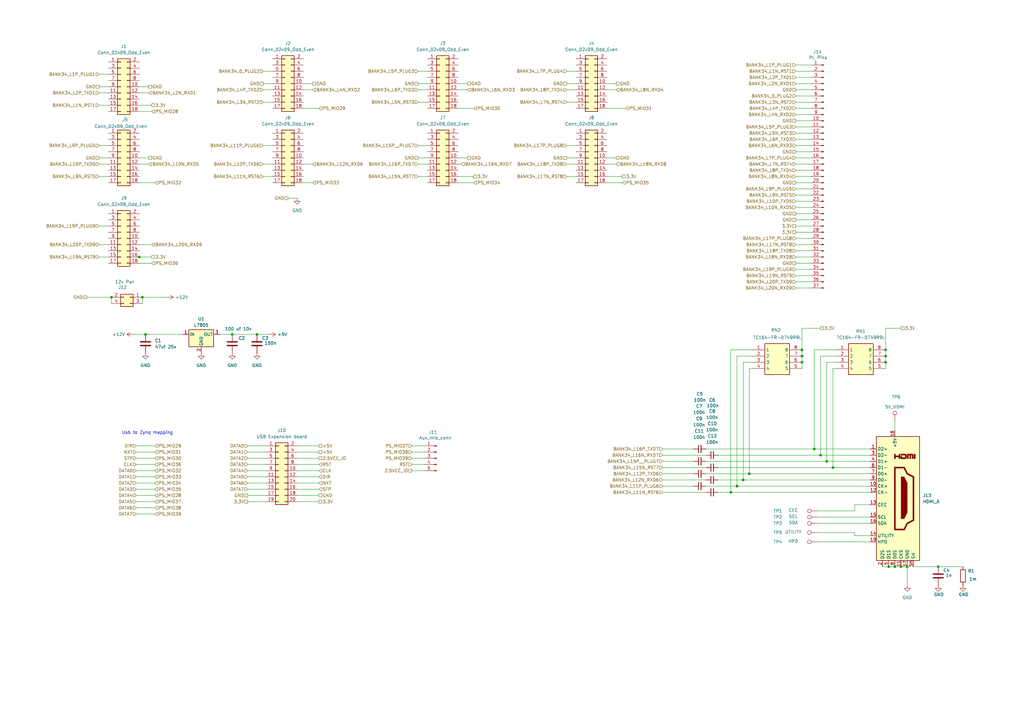
<source format=kicad_sch>
(kicad_sch (version 20250114) (generator "eeschema") (generator_version "9.0")
  (paper "A3")
  (title_block (title "KCC Tech S9 Board hat 2025"))
  (lib_symbols
    (symbol "Connector:Conn_01x05_Pin" (pin_names (offset 1.016) (hide yes))
      (property "Reference" "J" (at 0 7.62 0))
      (property "Value" "Conn_01x05_Pin" (at 0 -7.62 0))
      (symbol "Conn_01x05_Pin_1_1"
        (pin passive line (at 5.08 5.08 180) (length 3.81) (name "Pin_1") (number "1"))
        (pin passive line (at 5.08 2.54 180) (length 3.81) (name "Pin_2") (number "2"))
        (pin passive line (at 5.08 0 180) (length 3.81) (name "Pin_3") (number "3"))
        (pin passive line (at 5.08 -2.54 180) (length 3.81) (name "Pin_4") (number "4"))
        (pin passive line (at 5.08 -5.08 180) (length 3.81) (name "Pin_5") (number "5"))
      )
    )
    (symbol "Connector:Conn_01x37_Pin" (pin_names (offset 1.016) (hide yes))
      (property "Reference" "J" (at 0 48.26 0))
      (property "Value" "Conn_01x37_Pin" (at 0 -48.26 0))
      (symbol "Conn_01x37_Pin_1_1"
        (pin passive line (at 5.08 45.72 180) (length 3.81) (name "Pin_1") (number "1"))
        (pin passive line (at 5.08 43.18 180) (length 3.81) (name "Pin_2") (number "2"))
        (pin passive line (at 5.08 40.64 180) (length 3.81) (name "Pin_3") (number "3"))
        (pin passive line (at 5.08 38.1 180) (length 3.81) (name "Pin_4") (number "4"))
        (pin passive line (at 5.08 35.56 180) (length 3.81) (name "Pin_5") (number "5"))
        (pin passive line (at 5.08 33.02 180) (length 3.81) (name "Pin_6") (number "6"))
        (pin passive line (at 5.08 30.48 180) (length 3.81) (name "Pin_7") (number "7"))
        (pin passive line (at 5.08 27.94 180) (length 3.81) (name "Pin_8") (number "8"))
        (pin passive line (at 5.08 25.4 180) (length 3.81) (name "Pin_9") (number "9"))
        (pin passive line (at 5.08 22.86 180) (length 3.81) (name "Pin_10") (number "10"))
        (pin passive line (at 5.08 20.32 180) (length 3.81) (name "Pin_11") (number "11"))
        (pin passive line (at 5.08 17.78 180) (length 3.81) (name "Pin_12") (number "12"))
        (pin passive line (at 5.08 15.24 180) (length 3.81) (name "Pin_13") (number "13"))
        (pin passive line (at 5.08 12.7 180) (length 3.81) (name "Pin_14") (number "14"))
        (pin passive line (at 5.08 10.16 180) (length 3.81) (name "Pin_15") (number "15"))
        (pin passive line (at 5.08 7.62 180) (length 3.81) (name "Pin_16") (number "16"))
        (pin passive line (at 5.08 5.08 180) (length 3.81) (name "Pin_17") (number "17"))
        (pin passive line (at 5.08 2.54 180) (length 3.81) (name "Pin_18") (number "18"))
        (pin passive line (at 5.08 0 180) (length 3.81) (name "Pin_19") (number "19"))
        (pin passive line (at 5.08 -2.54 180) (length 3.81) (name "Pin_20") (number "20"))
        (pin passive line (at 5.08 -5.08 180) (length 3.81) (name "Pin_21") (number "21"))
        (pin passive line (at 5.08 -7.62 180) (length 3.81) (name "Pin_22") (number "22"))
        (pin passive line (at 5.08 -10.16 180) (length 3.81) (name "Pin_23") (number "23"))
        (pin passive line (at 5.08 -12.7 180) (length 3.81) (name "Pin_24") (number "24"))
        (pin passive line (at 5.08 -15.24 180) (length 3.81) (name "Pin_25") (number "25"))
        (pin passive line (at 5.08 -17.78 180) (length 3.81) (name "Pin_26") (number "26"))
        (pin passive line (at 5.08 -20.32 180) (length 3.81) (name "Pin_27") (number "27"))
        (pin passive line (at 5.08 -22.86 180) (length 3.81) (name "Pin_28") (number "28"))
        (pin passive line (at 5.08 -25.4 180) (length 3.81) (name "Pin_29") (number "29"))
        (pin passive line (at 5.08 -27.94 180) (length 3.81) (name "Pin_30") (number "30"))
        (pin passive line (at 5.08 -30.48 180) (length 3.81) (name "Pin_31") (number "31"))
        (pin passive line (at 5.08 -33.02 180) (length 3.81) (name "Pin_32") (number "32"))
        (pin passive line (at 5.08 -35.56 180) (length 3.81) (name "Pin_33") (number "33"))
        (pin passive line (at 5.08 -38.1 180) (length 3.81) (name "Pin_34") (number "34"))
        (pin passive line (at 5.08 -40.64 180) (length 3.81) (name "Pin_35") (number "35"))
        (pin passive line (at 5.08 -43.18 180) (length 3.81) (name "Pin_36") (number "36"))
        (pin passive line (at 5.08 -45.72 180) (length 3.81) (name "Pin_37") (number "37"))
      )
    )
    (symbol "Connector:HDMI_A"
      (property "Reference" "J" (at -6.35 26.67 0))
      (property "Value" "HDMI_A" (at 10.16 26.67 0))
      (symbol "HDMI_A_1_1"
        (pin passive line (at -10.16 20.32 0) (length 2.54) (name "D2+") (number "1"))
        (pin passive line (at -10.16 17.78 0) (length 2.54) (name "D2-") (number "3"))
        (pin passive line (at -10.16 15.24 0) (length 2.54) (name "D1+") (number "4"))
        (pin passive line (at -10.16 12.7 0) (length 2.54) (name "D1-") (number "6"))
        (pin passive line (at -10.16 10.16 0) (length 2.54) (name "D0+") (number "7"))
        (pin passive line (at -10.16 7.62 0) (length 2.54) (name "D0-") (number "9"))
        (pin passive line (at -10.16 5.08 0) (length 2.54) (name "CK+") (number "10"))
        (pin passive line (at -10.16 2.54 0) (length 2.54) (name "CK-") (number "12"))
        (pin bidirectional line (at -10.16 -2.54 0) (length 2.54) (name "CEC") (number "13"))
        (pin passive line (at -10.16 -7.62 0) (length 2.54) (name "SCL") (number "15"))
        (pin bidirectional line (at -10.16 -10.16 0) (length 2.54) (name "SDA") (number "16"))
        (pin passive line (at -10.16 -15.24 0) (length 2.54) (name "UTILITY") (number "14"))
        (pin passive line (at -10.16 -17.78 0) (length 2.54) (name "HPD") (number "19"))
        (pin power_in line (at -5.08 -27.94 90) (length 2.54) (name "D2S") (number "2"))
        (pin power_in line (at -2.54 -27.94 90) (length 2.54) (name "D1S") (number "5"))
        (pin power_in line (at 0 27.94 270) (length 2.54) (name "+5V") (number "18"))
        (pin power_in line (at 0 -27.94 90) (length 2.54) (name "D0S") (number "8"))
        (pin power_in line (at 2.54 -27.94 90) (length 2.54) (name "CKS") (number "11"))
        (pin power_in line (at 5.08 -27.94 90) (length 2.54) (name "GND") (number "17"))
        (pin passive line (at 7.62 -27.94 90) (length 2.54) (name "SH") (number "SH"))
      )
    )
    (symbol "Connector:TestPoint" (pin_numbers (hide yes)) (pin_names (offset 0.762) (hide yes))
      (property "Reference" "TP" (at 0 6.858 0))
      (property "Value" "TestPoint" (at 0 5.08 0))
      (symbol "TestPoint_1_1"
        (pin passive line (at 0 0 90) (length 2.54) (name "1") (number "1"))
      )
    )
    (symbol "Connector_Generic:Conn_02x02_Odd_Even" (pin_names (offset 1.016) (hide yes))
      (property "Reference" "J" (at 1.27 2.54 0))
      (property "Value" "Conn_02x02_Odd_Even" (at 1.27 -5.08 0))
      (symbol "Conn_02x02_Odd_Even_1_1"
        (pin passive line (at -5.08 0 0) (length 3.81) (name "Pin_1") (number "1"))
        (pin passive line (at -5.08 -2.54 0) (length 3.81) (name "Pin_3") (number "3"))
        (pin passive line (at 7.62 0 180) (length 3.81) (name "Pin_2") (number "2"))
        (pin passive line (at 7.62 -2.54 180) (length 3.81) (name "Pin_4") (number "4"))
      )
    )
    (symbol "Connector_Generic:Conn_02x09_Odd_Even" (pin_names (offset 1.016) (hide yes))
      (property "Reference" "J" (at 1.27 12.7 0))
      (property "Value" "Conn_02x09_Odd_Even" (at 1.27 -12.7 0))
      (symbol "Conn_02x09_Odd_Even_1_1"
        (pin passive line (at -5.08 10.16 0) (length 3.81) (name "Pin_1") (number "1"))
        (pin passive line (at -5.08 7.62 0) (length 3.81) (name "Pin_3") (number "3"))
        (pin passive line (at -5.08 5.08 0) (length 3.81) (name "Pin_5") (number "5"))
        (pin passive line (at -5.08 2.54 0) (length 3.81) (name "Pin_7") (number "7"))
        (pin passive line (at -5.08 0 0) (length 3.81) (name "Pin_9") (number "9"))
        (pin passive line (at -5.08 -2.54 0) (length 3.81) (name "Pin_11") (number "11"))
        (pin passive line (at -5.08 -5.08 0) (length 3.81) (name "Pin_13") (number "13"))
        (pin passive line (at -5.08 -7.62 0) (length 3.81) (name "Pin_15") (number "15"))
        (pin passive line (at -5.08 -10.16 0) (length 3.81) (name "Pin_17") (number "17"))
        (pin passive line (at 7.62 10.16 180) (length 3.81) (name "Pin_2") (number "2"))
        (pin passive line (at 7.62 7.62 180) (length 3.81) (name "Pin_4") (number "4"))
        (pin passive line (at 7.62 5.08 180) (length 3.81) (name "Pin_6") (number "6"))
        (pin passive line (at 7.62 2.54 180) (length 3.81) (name "Pin_8") (number "8"))
        (pin passive line (at 7.62 0 180) (length 3.81) (name "Pin_10") (number "10"))
        (pin passive line (at 7.62 -2.54 180) (length 3.81) (name "Pin_12") (number "12"))
        (pin passive line (at 7.62 -5.08 180) (length 3.81) (name "Pin_14") (number "14"))
        (pin passive line (at 7.62 -7.62 180) (length 3.81) (name "Pin_16") (number "16"))
        (pin passive line (at 7.62 -10.16 180) (length 3.81) (name "Pin_18") (number "18"))
      )
    )
    (symbol "Connector_Generic:Conn_02x10_Odd_Even" (pin_names (offset 1.016) (hide yes))
      (property "Reference" "J" (at 1.27 12.7 0))
      (property "Value" "Conn_02x10_Odd_Even" (at 1.27 -15.24 0))
      (symbol "Conn_02x10_Odd_Even_1_1"
        (pin passive line (at -5.08 10.16 0) (length 3.81) (name "Pin_1") (number "1"))
        (pin passive line (at -5.08 7.62 0) (length 3.81) (name "Pin_3") (number "3"))
        (pin passive line (at -5.08 5.08 0) (length 3.81) (name "Pin_5") (number "5"))
        (pin passive line (at -5.08 2.54 0) (length 3.81) (name "Pin_7") (number "7"))
        (pin passive line (at -5.08 0 0) (length 3.81) (name "Pin_9") (number "9"))
        (pin passive line (at -5.08 -2.54 0) (length 3.81) (name "Pin_11") (number "11"))
        (pin passive line (at -5.08 -5.08 0) (length 3.81) (name "Pin_13") (number "13"))
        (pin passive line (at -5.08 -7.62 0) (length 3.81) (name "Pin_15") (number "15"))
        (pin passive line (at -5.08 -10.16 0) (length 3.81) (name "Pin_17") (number "17"))
        (pin passive line (at -5.08 -12.7 0) (length 3.81) (name "Pin_19") (number "19"))
        (pin passive line (at 7.62 10.16 180) (length 3.81) (name "Pin_2") (number "2"))
        (pin passive line (at 7.62 7.62 180) (length 3.81) (name "Pin_4") (number "4"))
        (pin passive line (at 7.62 5.08 180) (length 3.81) (name "Pin_6") (number "6"))
        (pin passive line (at 7.62 2.54 180) (length 3.81) (name "Pin_8") (number "8"))
        (pin passive line (at 7.62 0 180) (length 3.81) (name "Pin_10") (number "10"))
        (pin passive line (at 7.62 -2.54 180) (length 3.81) (name "Pin_12") (number "12"))
        (pin passive line (at 7.62 -5.08 180) (length 3.81) (name "Pin_14") (number "14"))
        (pin passive line (at 7.62 -7.62 180) (length 3.81) (name "Pin_16") (number "16"))
        (pin passive line (at 7.62 -10.16 180) (length 3.81) (name "Pin_18") (number "18"))
        (pin passive line (at 7.62 -12.7 180) (length 3.81) (name "Pin_20") (number "20"))
      )
    )
    (symbol "Device:C" (pin_numbers (hide yes)) (pin_names (offset 0.254))
      (property "Reference" "C" (at 0.635 2.54 0))
      (property "Value" "C" (at 0.635 -2.54 0))
      (symbol "C_1_1"
        (pin passive line (at 0 3.81 270) (length 2.794) (name "~") (number "1"))
        (pin passive line (at 0 -3.81 90) (length 2.794) (name "~") (number "2"))
      )
    )
    (symbol "Device:C_Small" (pin_numbers (hide yes)) (pin_names (offset 0.254) (hide yes))
      (property "Reference" "C" (at 0.254 1.778 0))
      (property "Value" "C_Small" (at 0.254 -2.032 0))
      (symbol "C_Small_1_1"
        (pin passive line (at 0 2.54 270) (length 2.032) (name "~") (number "1"))
        (pin passive line (at 0 -2.54 90) (length 2.032) (name "~") (number "2"))
      )
    )
    (symbol "Device:R" (pin_numbers (hide yes)) (pin_names (offset 0))
      (property "Reference" "R" (at 2.032 0 90))
      (property "Value" "R" (at 0 0 90))
      (symbol "R_1_1"
        (pin passive line (at 0 3.81 270) (length 1.27) (name "~") (number "1"))
        (pin passive line (at 0 -3.81 90) (length 1.27) (name "~") (number "2"))
      )
    )
    (symbol "Regulator_Linear:L7805" (pin_names (offset 0.254))
      (property "Reference" "U" (at -3.81 3.175 0))
      (property "Value" "L7805" (at 0 3.175 0))
      (symbol "L7805_1_1"
        (pin power_in line (at -7.62 0 0) (length 2.54) (name "IN") (number "1"))
        (pin power_in line (at 0 -7.62 90) (length 2.54) (name "GND") (number "2"))
        (pin power_out line (at 7.62 0 180) (length 2.54) (name "OUT") (number "3"))
      )
    )
    (symbol "SamacSys_Parts:TC164-FR-0749R9L"
      (property "Reference" "RN" (at 16.51 7.62 0))
      (property "Value" "TC164-FR-0749R9L" (at 16.51 5.08 0))
      (symbol "TC164-FR-0749R9L_1_1"
        (pin passive line (at 0 0 0) (length 5.08) (name "1") (number "1"))
        (pin passive line (at 0 -2.54 0) (length 5.08) (name "2") (number "2"))
        (pin passive line (at 0 -5.08 0) (length 5.08) (name "3") (number "3"))
        (pin passive line (at 0 -7.62 0) (length 5.08) (name "4") (number "4"))
        (pin passive line (at 20.32 0 180) (length 5.08) (name "8") (number "8"))
        (pin passive line (at 20.32 -2.54 180) (length 5.08) (name "7") (number "7"))
        (pin passive line (at 20.32 -5.08 180) (length 5.08) (name "6") (number "6"))
        (pin passive line (at 20.32 -7.62 180) (length 5.08) (name "5") (number "5"))
      )
    )
    (symbol "power:+12V" (power) (pin_numbers (hide yes)) (pin_names (offset 0) (hide yes))
      (property "Value" "+12V" (at 0 3.556 0))
      (symbol "+12V_1_1"
        (pin power_in line (at 0 0 90) (length 0) (name "~") (number "1"))
      )
    )
    (symbol "power:GND" (power) (pin_numbers (hide yes)) (pin_names (offset 0) (hide yes))
      (property "Value" "GND" (at 0 -3.81 0))
      (symbol "GND_1_1"
        (pin power_in line (at 0 0 270) (length 0) (name "~") (number "1"))
      )
    )
  )
  (text "Usb to Zynq mapping" (at 60.452 177.546 0) (effects (font (size 1.27 1.27))))
  (junction (at 363.22 148.59))
  (junction (at 384.81 232.41))
  (junction (at 304.8 196.85))
  (junction (at 363.22 146.05))
  (junction (at 336.55 186.69))
  (junction (at 367.03 232.41))
  (junction (at 341.63 191.77))
  (junction (at 334.01 184.15))
  (junction (at 328.93 148.59))
  (junction (at 363.22 143.51))
  (junction (at 369.57 232.41))
  (junction (at 307.34 194.31))
  (junction (at 328.93 146.05))
  (junction (at 45.72 121.92))
  (junction (at 302.26 199.39))
  (junction (at 59.69 137.16))
  (junction (at 58.42 121.92))
  (junction (at 372.11 232.41))
  (junction (at 364.49 232.41))
  (junction (at 57.15 105.41))
  (junction (at 105.41 137.16))
  (junction (at 328.93 143.51))
  (junction (at 299.72 201.93))
  (junction (at 339.09 189.23))
  (junction (at 95.25 137.16))
  (wire (pts (xy 40.64 43.18) (xy 44.45 43.18)))
  (wire (pts (xy 171.45 29.21) (xy 175.26 29.21)))
  (wire (pts (xy 171.45 64.77) (xy 175.26 64.77)))
  (wire (pts (xy 294.64 201.93) (xy 299.72 201.93)))
  (wire (pts (xy 55.88 195.58) (xy 63.5 195.58)))
  (wire (pts (xy 289.56 199.39) (xy 302.26 199.39)))
  (wire (pts (xy 271.78 201.93) (xy 289.56 201.93)))
  (wire (pts (xy 326.39 26.67) (xy 332.74 26.67)))
  (wire (pts (xy 124.46 44.45) (xy 130.81 44.45)))
  (wire (pts (xy 171.45 72.39) (xy 175.26 72.39)))
  (wire (pts (xy 384.81 232.41) (xy 394.97 232.41)))
  (wire (pts (xy 289.56 189.23) (xy 339.09 189.23)))
  (wire (pts (xy 271.78 184.15) (xy 284.48 184.15)))
  (wire (pts (xy 328.93 146.05) (xy 328.93 148.59)))
  (wire (pts (xy 341.63 191.77) (xy 356.87 191.77)))
  (wire (pts (xy 326.39 52.07) (xy 332.74 52.07)))
  (wire (pts (xy 326.39 90.17) (xy 332.74 90.17)))
  (wire (pts (xy 45.72 121.92) (xy 45.72 124.46)))
  (wire (pts (xy 124.46 74.93) (xy 128.27 74.93)))
  (wire (pts (xy 299.72 143.51) (xy 299.72 201.93)))
  (wire (pts (xy 326.39 85.09) (xy 332.74 85.09)))
  (wire (pts (xy 168.91 190.5) (xy 173.99 190.5)))
  (wire (pts (xy 363.22 148.59) (xy 363.22 151.13)))
  (wire (pts (xy 107.95 29.21) (xy 111.76 29.21)))
  (wire (pts (xy 361.95 232.41) (xy 364.49 232.41)))
  (wire (pts (xy 40.64 59.69) (xy 44.45 59.69)))
  (wire (pts (xy 326.39 77.47) (xy 332.74 77.47)))
  (wire (pts (xy 342.9 151.13) (xy 341.63 151.13)))
  (wire (pts (xy 335.28 214.63) (xy 356.87 214.63)))
  (wire (pts (xy 304.8 196.85) (xy 356.87 196.85)))
  (wire (pts (xy 350.52 218.44) (xy 350.52 219.71)))
  (wire (pts (xy 350.52 209.55) (xy 350.52 207.01)))
  (wire (pts (xy 107.95 59.69) (xy 111.76 59.69)))
  (wire (pts (xy 101.6 203.2) (xy 109.22 203.2)))
  (wire (pts (xy 339.09 148.59) (xy 339.09 189.23)))
  (wire (pts (xy 58.42 121.92) (xy 68.58 121.92)))
  (wire (pts (xy 248.92 72.39) (xy 255.27 72.39)))
  (wire (pts (xy 334.01 184.15) (xy 356.87 184.15)))
  (wire (pts (xy 326.39 59.69) (xy 332.74 59.69)))
  (wire (pts (xy 350.52 207.01) (xy 356.87 207.01)))
  (wire (pts (xy 40.64 105.41) (xy 44.45 105.41)))
  (wire (pts (xy 55.88 105.41) (xy 57.15 105.41)))
  (wire (pts (xy 326.39 67.31) (xy 332.74 67.31)))
  (wire (pts (xy 326.39 39.37) (xy 332.74 39.37)))
  (wire (pts (xy 248.92 64.77) (xy 252.73 64.77)))
  (wire (pts (xy 57.15 35.56) (xy 60.96 35.56)))
  (wire (pts (xy 341.63 151.13) (xy 341.63 191.77)))
  (wire (pts (xy 302.26 146.05) (xy 302.26 199.39)))
  (wire (pts (xy 55.88 205.74) (xy 63.5 205.74)))
  (wire (pts (xy 271.78 189.23) (xy 284.48 189.23)))
  (wire (pts (xy 54.61 137.16) (xy 59.69 137.16)))
  (wire (pts (xy 271.78 186.69) (xy 289.56 186.69)))
  (wire (pts (xy 168.91 187.96) (xy 173.99 187.96)))
  (wire (pts (xy 339.09 189.23) (xy 356.87 189.23)))
  (wire (pts (xy 121.92 203.2) (xy 130.81 203.2)))
  (wire (pts (xy 232.41 64.77) (xy 236.22 64.77)))
  (wire (pts (xy 40.64 64.77) (xy 44.45 64.77)))
  (wire (pts (xy 308.61 146.05) (xy 302.26 146.05)))
  (wire (pts (xy 105.41 137.16) (xy 110.49 137.16)))
  (wire (pts (xy 59.69 137.16) (xy 74.93 137.16)))
  (wire (pts (xy 328.93 148.59) (xy 328.93 151.13)))
  (wire (pts (xy 57.15 45.72) (xy 62.23 45.72)))
  (wire (pts (xy 57.15 43.18) (xy 62.23 43.18)))
  (wire (pts (xy 271.78 199.39) (xy 284.48 199.39)))
  (wire (pts (xy 101.6 187.96) (xy 109.22 187.96)))
  (wire (pts (xy 326.39 29.21) (xy 332.74 29.21)))
  (wire (pts (xy 374.65 232.41) (xy 384.81 232.41)))
  (wire (pts (xy 168.91 193.04) (xy 173.99 193.04)))
  (wire (pts (xy 326.39 107.95) (xy 332.74 107.95)))
  (wire (pts (xy 107.95 41.91) (xy 111.76 41.91)))
  (wire (pts (xy 326.39 82.55) (xy 332.74 82.55)))
  (wire (pts (xy 326.39 110.49) (xy 332.74 110.49)))
  (wire (pts (xy 248.92 44.45) (xy 256.54 44.45)))
  (wire (pts (xy 187.96 72.39) (xy 194.31 72.39)))
  (wire (pts (xy 342.9 143.51) (xy 334.01 143.51)))
  (wire (pts (xy 171.45 36.83) (xy 175.26 36.83)))
  (wire (pts (xy 367.03 232.41) (xy 369.57 232.41)))
  (wire (pts (xy 121.92 187.96) (xy 130.81 187.96)))
  (wire (pts (xy 55.88 208.28) (xy 63.5 208.28)))
  (wire (pts (xy 101.6 198.12) (xy 109.22 198.12)))
  (wire (pts (xy 55.88 200.66) (xy 63.5 200.66)))
  (wire (pts (xy 326.39 46.99) (xy 332.74 46.99)))
  (wire (pts (xy 187.96 36.83) (xy 191.77 36.83)))
  (wire (pts (xy 326.39 72.39) (xy 332.74 72.39)))
  (wire (pts (xy 326.39 54.61) (xy 332.74 54.61)))
  (wire (pts (xy 40.64 35.56) (xy 44.45 35.56)))
  (wire (pts (xy 187.96 34.29) (xy 191.77 34.29)))
  (wire (pts (xy 335.28 209.55) (xy 350.52 209.55)))
  (wire (pts (xy 369.57 134.62) (xy 363.22 134.62)))
  (wire (pts (xy 124.46 67.31) (xy 128.27 67.31)))
  (wire (pts (xy 326.39 62.23) (xy 332.74 62.23)))
  (wire (pts (xy 302.26 199.39) (xy 356.87 199.39)))
  (wire (pts (xy 57.15 64.77) (xy 60.96 64.77)))
  (wire (pts (xy 101.6 205.74) (xy 109.22 205.74)))
  (wire (pts (xy 326.39 74.93) (xy 332.74 74.93)))
  (wire (pts (xy 121.92 182.88) (xy 130.81 182.88)))
  (wire (pts (xy 326.39 80.01) (xy 332.74 80.01)))
  (wire (pts (xy 171.45 41.91) (xy 175.26 41.91)))
  (wire (pts (xy 248.92 34.29) (xy 252.73 34.29)))
  (wire (pts (xy 57.15 67.31) (xy 60.96 67.31)))
  (wire (pts (xy 335.28 218.44) (xy 350.52 218.44)))
  (wire (pts (xy 101.6 182.88) (xy 109.22 182.88)))
  (wire (pts (xy 248.92 36.83) (xy 252.73 36.83)))
  (wire (pts (xy 40.64 92.71) (xy 44.45 92.71)))
  (wire (pts (xy 326.39 44.45) (xy 332.74 44.45)))
  (wire (pts (xy 336.55 146.05) (xy 336.55 186.69)))
  (wire (pts (xy 326.39 57.15) (xy 332.74 57.15)))
  (wire (pts (xy 326.39 102.87) (xy 332.74 102.87)))
  (wire (pts (xy 168.91 182.88) (xy 173.99 182.88)))
  (wire (pts (xy 187.96 67.31) (xy 189.23 67.31)))
  (wire (pts (xy 248.92 67.31) (xy 252.73 67.31)))
  (wire (pts (xy 350.52 219.71) (xy 356.87 219.71)))
  (wire (pts (xy 342.9 148.59) (xy 339.09 148.59)))
  (wire (pts (xy 334.01 143.51) (xy 334.01 184.15)))
  (wire (pts (xy 326.39 118.11) (xy 332.74 118.11)))
  (wire (pts (xy 101.6 185.42) (xy 109.22 185.42)))
  (wire (pts (xy 289.56 184.15) (xy 334.01 184.15)))
  (wire (pts (xy 326.39 31.75) (xy 332.74 31.75)))
  (wire (pts (xy 124.46 36.83) (xy 128.27 36.83)))
  (wire (pts (xy 328.93 134.62) (xy 328.93 143.51)))
  (wire (pts (xy 308.61 143.51) (xy 299.72 143.51)))
  (wire (pts (xy 363.22 146.05) (xy 363.22 148.59)))
  (wire (pts (xy 55.88 187.96) (xy 63.5 187.96)))
  (wire (pts (xy 294.64 186.69) (xy 336.55 186.69)))
  (wire (pts (xy 55.88 190.5) (xy 63.5 190.5)))
  (wire (pts (xy 326.39 95.25) (xy 332.74 95.25)))
  (wire (pts (xy 121.92 198.12) (xy 130.81 198.12)))
  (wire (pts (xy 187.96 44.45) (xy 194.31 44.45)))
  (wire (pts (xy 187.96 64.77) (xy 191.77 64.77)))
  (wire (pts (xy 171.45 34.29) (xy 175.26 34.29)))
  (wire (pts (xy 95.25 137.16) (xy 105.41 137.16)))
  (wire (pts (xy 55.88 182.88) (xy 63.5 182.88)))
  (wire (pts (xy 55.88 198.12) (xy 63.5 198.12)))
  (wire (pts (xy 326.39 115.57) (xy 332.74 115.57)))
  (wire (pts (xy 57.15 100.33) (xy 62.23 100.33)))
  (wire (pts (xy 289.56 194.31) (xy 307.34 194.31)))
  (wire (pts (xy 336.55 134.62) (xy 328.93 134.62)))
  (wire (pts (xy 55.88 203.2) (xy 63.5 203.2)))
  (wire (pts (xy 171.45 67.31) (xy 175.26 67.31)))
  (wire (pts (xy 326.39 97.79) (xy 332.74 97.79)))
  (wire (pts (xy 372.11 232.41) (xy 372.11 240.03)))
  (wire (pts (xy 367.03 172.72) (xy 367.03 176.53)))
  (wire (pts (xy 90.17 137.16) (xy 95.25 137.16)))
  (wire (pts (xy 55.88 210.82) (xy 63.5 210.82)))
  (wire (pts (xy 232.41 72.39) (xy 236.22 72.39)))
  (wire (pts (xy 294.64 196.85) (xy 304.8 196.85)))
  (wire (pts (xy 232.41 59.69) (xy 236.22 59.69)))
  (wire (pts (xy 326.39 36.83) (xy 332.74 36.83)))
  (wire (pts (xy 342.9 146.05) (xy 336.55 146.05)))
  (wire (pts (xy 232.41 41.91) (xy 236.22 41.91)))
  (wire (pts (xy 363.22 143.51) (xy 363.22 146.05)))
  (wire (pts (xy 101.6 193.04) (xy 109.22 193.04)))
  (wire (pts (xy 326.39 64.77) (xy 332.74 64.77)))
  (wire (pts (xy 248.92 74.93) (xy 255.27 74.93)))
  (wire (pts (xy 40.64 67.31) (xy 44.45 67.31)))
  (wire (pts (xy 363.22 134.62) (xy 363.22 143.51)))
  (wire (pts (xy 326.39 105.41) (xy 332.74 105.41)))
  (wire (pts (xy 107.95 67.31) (xy 111.76 67.31)))
  (wire (pts (xy 121.92 205.74) (xy 130.81 205.74)))
  (wire (pts (xy 232.41 29.21) (xy 236.22 29.21)))
  (wire (pts (xy 40.64 72.39) (xy 44.45 72.39)))
  (wire (pts (xy 336.55 186.69) (xy 356.87 186.69)))
  (wire (pts (xy 118.11 81.28) (xy 121.92 81.28)))
  (wire (pts (xy 101.6 190.5) (xy 109.22 190.5)))
  (wire (pts (xy 40.64 30.48) (xy 44.45 30.48)))
  (wire (pts (xy 232.41 34.29) (xy 236.22 34.29)))
  (wire (pts (xy 107.95 34.29) (xy 111.76 34.29)))
  (wire (pts (xy 307.34 151.13) (xy 307.34 194.31)))
  (wire (pts (xy 171.45 59.69) (xy 175.26 59.69)))
  (wire (pts (xy 124.46 34.29) (xy 128.27 34.29)))
  (wire (pts (xy 335.28 212.09) (xy 356.87 212.09)))
  (wire (pts (xy 307.34 194.31) (xy 356.87 194.31)))
  (wire (pts (xy 294.64 191.77) (xy 341.63 191.77)))
  (wire (pts (xy 121.92 190.5) (xy 130.81 190.5)))
  (wire (pts (xy 187.96 74.93) (xy 194.31 74.93)))
  (wire (pts (xy 45.72 121.92) (xy 35.56 121.92)))
  (wire (pts (xy 326.39 49.53) (xy 332.74 49.53)))
  (wire (pts (xy 335.28 222.25) (xy 356.87 222.25)))
  (wire (pts (xy 304.8 148.59) (xy 304.8 196.85)))
  (wire (pts (xy 121.92 185.42) (xy 130.81 185.42)))
  (wire (pts (xy 328.93 143.51) (xy 328.93 146.05)))
  (wire (pts (xy 364.49 232.41) (xy 367.03 232.41)))
  (wire (pts (xy 326.39 34.29) (xy 332.74 34.29)))
  (wire (pts (xy 55.88 193.04) (xy 63.5 193.04)))
  (wire (pts (xy 326.39 69.85) (xy 332.74 69.85)))
  (wire (pts (xy 40.64 38.1) (xy 44.45 38.1)))
  (wire (pts (xy 55.88 185.42) (xy 63.5 185.42)))
  (wire (pts (xy 168.91 185.42) (xy 173.99 185.42)))
  (wire (pts (xy 101.6 195.58) (xy 109.22 195.58)))
  (wire (pts (xy 271.78 191.77) (xy 289.56 191.77)))
  (wire (pts (xy 121.92 193.04) (xy 130.81 193.04)))
  (wire (pts (xy 121.92 195.58) (xy 130.81 195.58)))
  (wire (pts (xy 107.95 72.39) (xy 111.76 72.39)))
  (wire (pts (xy 271.78 196.85) (xy 289.56 196.85)))
  (wire (pts (xy 57.15 105.41) (xy 62.23 105.41)))
  (wire (pts (xy 57.15 107.95) (xy 62.23 107.95)))
  (wire (pts (xy 57.15 38.1) (xy 60.96 38.1)))
  (wire (pts (xy 369.57 232.41) (xy 372.11 232.41)))
  (wire (pts (xy 57.15 74.93) (xy 63.5 74.93)))
  (wire (pts (xy 326.39 87.63) (xy 332.74 87.63)))
  (wire (pts (xy 58.42 121.92) (xy 58.42 124.46)))
  (wire (pts (xy 326.39 41.91) (xy 332.74 41.91)))
  (wire (pts (xy 308.61 151.13) (xy 307.34 151.13)))
  (wire (pts (xy 326.39 100.33) (xy 332.74 100.33)))
  (wire (pts (xy 271.78 194.31) (xy 284.48 194.31)))
  (wire (pts (xy 326.39 113.03) (xy 332.74 113.03)))
  (wire (pts (xy 107.95 36.83) (xy 111.76 36.83)))
  (wire (pts (xy 232.41 67.31) (xy 236.22 67.31)))
  (wire (pts (xy 121.92 200.66) (xy 130.81 200.66)))
  (wire (pts (xy 299.72 201.93) (xy 356.87 201.93)))
  (wire (pts (xy 308.61 148.59) (xy 304.8 148.59)))
  (wire (pts (xy 40.64 100.33) (xy 44.45 100.33)))
  (wire (pts (xy 326.39 92.71) (xy 332.74 92.71)))
  (wire (pts (xy 101.6 200.66) (xy 109.22 200.66)))
  (wire (pts (xy 232.41 36.83) (xy 236.22 36.83)))
  (hierarchical_label "BANK34_L6N_RXD3" (shape input) (at 191.77 36.83 0))
  (hierarchical_label "BANK34_L17N_RST8" (shape input) (at 232.41 72.39 180))
  (hierarchical_label "GND" (shape passive) (at 326.39 49.53 180))
  (hierarchical_label "PS_MIO33" (shape input) (at 128.27 74.93 0))
  (hierarchical_label "BANK34_L16P_TXD7" (shape input) (at 271.78 184.15 180))
  (hierarchical_label "GND" (shape passive) (at 232.41 34.29 180))
  (hierarchical_label "BANK34_L8N_RXD4" (shape input) (at 252.73 36.83 0))
  (hierarchical_label "GND" (shape passive) (at 252.73 64.77 0))
  (hierarchical_label "DATA3" (shape input) (at 101.6 190.5 180))
  (hierarchical_label "PS_MIO32" (shape input) (at 63.5 74.93 0))
  (hierarchical_label "3.3V" (shape passive) (at 326.39 92.71 180))
  (hierarchical_label "GND" (shape passive) (at 171.45 64.77 180))
  (hierarchical_label "3.3V" (shape passive) (at 130.81 205.74 0))
  (hierarchical_label "PS_MIO38" (shape input) (at 168.91 185.42 180))
  (hierarchical_label "BANK34_L1P_PLUG1" (shape input) (at 326.39 26.67 180))
  (hierarchical_label "DIR" (shape input) (at 130.81 195.58 0))
  (hierarchical_label "GND" (shape passive) (at 191.77 34.29 0))
  (hierarchical_label "GND" (shape passive) (at 252.73 34.29 0))
  (hierarchical_label "PS_MIO39" (shape input) (at 168.91 187.96 180))
  (hierarchical_label "BANK34_L9N_RST5" (shape input) (at 326.39 80.01 180))
  (hierarchical_label "PS_MIO32" (shape input) (at 63.5 193.04 0))
  (hierarchical_label "BANK34_L12P_TXD6" (shape input) (at 271.78 194.31 180))
  (hierarchical_label "GND" (shape passive) (at 326.39 36.83 180))
  (hierarchical_label "BANK34_L4P_TXD2" (shape input) (at 326.39 44.45 180))
  (hierarchical_label "BANK34_L19N_RST9" (shape input) (at 40.64 105.41 180))
  (hierarchical_label "DATA2" (shape input) (at 101.6 187.96 180))
  (hierarchical_label "BANK34_L18N_RXD8" (shape input) (at 252.73 67.31 0))
  (hierarchical_label "GND" (shape passive) (at 326.39 62.23 180))
  (hierarchical_label "BANK34_L9N_RST5" (shape input) (at 40.64 72.39 180))
  (hierarchical_label "GND" (shape passive) (at 60.96 64.77 0))
  (hierarchical_label "3.3V" (shape passive) (at 194.31 72.39 0))
  (hierarchical_label "BANK34_L9P_PLUG5" (shape input) (at 326.39 77.47 180))
  (hierarchical_label "DATA0" (shape input) (at 101.6 182.88 180))
  (hierarchical_label "BANK34_L15N_RST7" (shape input) (at 171.45 72.39 180))
  (hierarchical_label "STP" (shape input) (at 130.81 200.66 0))
  (hierarchical_label "NXT" (shape input) (at 130.81 198.12 0))
  (hierarchical_label "+5V" (shape passive) (at 130.81 185.42 0))
  (hierarchical_label "PS_MIO28" (shape input) (at 63.5 203.2 0))
  (hierarchical_label "GND" (shape passive) (at 326.39 74.93 180))
  (hierarchical_label "BANK34_L7P_PLUG4" (shape input) (at 232.41 29.21 180))
  (hierarchical_label "BANK34_L7N_RST4" (shape input) (at 326.39 67.31 180))
  (hierarchical_label "+5V" (shape passive) (at 130.81 182.88 0))
  (hierarchical_label "GND" (shape passive) (at 326.39 87.63 180))
  (hierarchical_label "PS_MIO28" (shape input) (at 62.23 45.72 0))
  (hierarchical_label "PS_MIO31" (shape input) (at 256.54 44.45 0))
  (hierarchical_label "PS_MIO30" (shape input) (at 63.5 187.96 0))
  (hierarchical_label "BANK34_L20P_TXD9" (shape input) (at 40.64 100.33 180))
  (hierarchical_label "BANK34_L1N_RST1" (shape input) (at 326.39 29.21 180))
  (hierarchical_label "2.5VCC_IO" (shape passive) (at 130.81 187.96 0))
  (hierarchical_label "GND" (shape passive) (at 40.64 35.56 180))
  (hierarchical_label "3.3V" (shape passive) (at 326.39 95.25 180))
  (hierarchical_label "CLK" (shape input) (at 55.88 190.5 180))
  (hierarchical_label "BANK34_L18N_RXD8" (shape input) (at 326.39 105.41 180))
  (hierarchical_label "BANK34_L8N_RXD4" (shape input) (at 326.39 72.39 180))
  (hierarchical_label "BANK34_L20N_RXD9" (shape input) (at 326.39 118.11 180))
  (hierarchical_label "BANK34_L16N_RXD7" (shape input) (at 271.78 186.69 180))
  (hierarchical_label "BANK34_L17N_RST8" (shape input) (at 326.39 100.33 180))
  (hierarchical_label "PS_MIO35" (shape input) (at 255.27 74.93 0))
  (hierarchical_label "BANK34_0_PLUG2" (shape input) (at 107.95 29.21 180))
  (hierarchical_label "3.3V" (shape passive) (at 101.6 205.74 180))
  (hierarchical_label "BANK34_L18P_TXD8" (shape input) (at 326.39 102.87 180))
  (hierarchical_label "RST" (shape input) (at 168.91 190.5 180))
  (hierarchical_label "DIR" (shape input) (at 55.88 182.88 180))
  (hierarchical_label "3.3V" (shape passive) (at 255.27 72.39 0))
  (hierarchical_label "DATA5" (shape input) (at 55.88 205.74 180))
  (hierarchical_label "DATA7" (shape input) (at 55.88 210.82 180))
  (hierarchical_label "GND" (shape passive) (at 118.11 81.28 180))
  (hierarchical_label "GND" (shape passive) (at 130.81 203.2 0))
  (hierarchical_label "BANK34_L11N_RST6" (shape input) (at 107.95 72.39 180))
  (hierarchical_label "BANK34_L16P_TXD7" (shape input) (at 171.45 67.31 180))
  (hierarchical_label "DATA7" (shape input) (at 101.6 200.66 180))
  (hierarchical_label "BANK34_L15N_RST7" (shape input) (at 271.78 191.77 180))
  (hierarchical_label "BANK34_L16N_RXD7" (shape input) (at 189.23 67.31 0))
  (hierarchical_label "GND" (shape passive) (at 171.45 34.29 180))
  (hierarchical_label "BANK34_L6N_RXD3" (shape input) (at 326.39 59.69 180))
  (hierarchical_label "BANK34_L2P_TXD1" (shape input) (at 326.39 31.75 180))
  (hierarchical_label "BANK34_L15P__PLUG7" (shape input) (at 171.45 59.69 180))
  (hierarchical_label "BANK34_L19N_RST9" (shape input) (at 326.39 113.03 180))
  (hierarchical_label "BANK34_L5P_PLUG3" (shape input) (at 171.45 29.21 180))
  (hierarchical_label "BANK34_L11P_PLUG6" (shape input) (at 271.78 199.39 180))
  (hierarchical_label "BANK34_L11N_RST6" (shape input) (at 271.78 201.93 180))
  (hierarchical_label "BANK34_L17P_PLUG8" (shape input) (at 232.41 59.69 180))
  (hierarchical_label "DATA1" (shape input) (at 55.88 195.58 180))
  (hierarchical_label "2.5VCC_IO" (shape passive) (at 168.91 193.04 180))
  (hierarchical_label "BANK34_L9P_PLUG5" (shape input) (at 40.64 59.69 180))
  (hierarchical_label "GND" (shape passive) (at 107.95 34.29 180))
  (hierarchical_label "DATA2" (shape input) (at 55.88 198.12 180))
  (hierarchical_label "NXT" (shape input) (at 55.88 185.42 180))
  (hierarchical_label "GND" (shape passive) (at 232.41 64.77 180))
  (hierarchical_label "3.3V" (shape passive) (at 62.23 43.18 0))
  (hierarchical_label "3.3V" (shape passive) (at 369.57 134.62 0))
  (hierarchical_label "GND" (shape passive) (at 40.64 64.77 180))
  (hierarchical_label "GND" (shape passive) (at 128.27 34.29 0))
  (hierarchical_label "BANK34_L12P_TXD6" (shape input) (at 107.95 67.31 180))
  (hierarchical_label "GND" (shape passive) (at 101.6 203.2 180))
  (hierarchical_label "BANK34_L20N_RXD9" (shape input) (at 62.23 100.33 0))
  (hierarchical_label "PS_MIO29" (shape input) (at 130.81 44.45 0))
  (hierarchical_label "GND" (shape passive) (at 326.39 107.95 180))
  (hierarchical_label "DATA4" (shape input) (at 101.6 193.04 180))
  (hierarchical_label "PS_MIO39" (shape input) (at 63.5 210.82 0))
  (hierarchical_label "DATA5" (shape input) (at 101.6 195.58 180))
  (hierarchical_label "BANK34_L10P_TXD5" (shape input) (at 40.64 67.31 180))
  (hierarchical_label "BANK34_L19P_PLUG9" (shape input) (at 326.39 110.49 180))
  (hierarchical_label "PS_MIO30" (shape input) (at 194.31 44.45 0))
  (hierarchical_label "PS_MIO37" (shape input) (at 63.5 205.74 0))
  (hierarchical_label "BANK34_L2N_RXD1" (shape input) (at 326.39 34.29 180))
  (hierarchical_label "DATA0" (shape input) (at 55.88 193.04 180))
  (hierarchical_label "PS_MIO34" (shape input) (at 194.31 74.93 0))
  (hierarchical_label "BANK34_L1N_RST1" (shape input) (at 40.64 43.18 180))
  (hierarchical_label "BANK34_L18P_TXD8" (shape input) (at 232.41 67.31 180))
  (hierarchical_label "BANK34_L3N_RST2" (shape input) (at 107.95 41.91 180))
  (hierarchical_label "PS_MIO33" (shape input) (at 63.5 195.58 0))
  (hierarchical_label "BANK34_L8P_TXD4" (shape input) (at 232.41 36.83 180))
  (hierarchical_label "BANK34_L19P_PLUG9" (shape input) (at 40.64 92.71 180))
  (hierarchical_label "BANK34_L20P_TXD9" (shape input) (at 326.39 115.57 180))
  (hierarchical_label "PS_MIO37" (shape input) (at 168.91 182.88 180))
  (hierarchical_label "BANK34_L8P_TXD4" (shape input) (at 326.39 69.85 180))
  (hierarchical_label "BANK34_L5N_RST3" (shape input) (at 326.39 54.61 180))
  (hierarchical_label "DATA4" (shape input) (at 55.88 203.2 180))
  (hierarchical_label "BANK34_L4P_TXD2" (shape input) (at 107.95 36.83 180))
  (hierarchical_label "PS_MIO36" (shape input) (at 63.5 190.5 0))
  (hierarchical_label "PS_MIO29" (shape input) (at 63.5 182.88 0))
  (hierarchical_label "DATA6" (shape input) (at 101.6 198.12 180))
  (hierarchical_label "PS_MIO38" (shape input) (at 63.5 208.28 0))
  (hierarchical_label "BANK34_L5P_PLUG3" (shape input) (at 326.39 52.07 180))
  (hierarchical_label "BANK34_L6P_TXD3" (shape input) (at 326.39 57.15 180))
  (hierarchical_label "3.3V" (shape passive) (at 336.55 134.62 0))
  (hierarchical_label "BANK34_L12N_RXD6" (shape input) (at 128.27 67.31 0))
  (hierarchical_label "BANK34_L1P_PLUG1" (shape input) (at 40.64 30.48 180))
  (hierarchical_label "BANK34_L17P_PLUG8" (shape input) (at 326.39 97.79 180))
  (hierarchical_label "BANK34_L2N_RXD1" (shape input) (at 60.96 38.1 0))
  (hierarchical_label "GND" (shape passive) (at 35.56 121.92 180))
  (hierarchical_label "PS_MIO31" (shape input) (at 63.5 185.42 0))
  (hierarchical_label "BANK34_L3N_RST2" (shape input) (at 326.39 41.91 180))
  (hierarchical_label "BANK34_L5N_RST3" (shape input) (at 171.45 41.91 180))
  (hierarchical_label "RST" (shape input) (at 130.81 190.5 0))
  (hierarchical_label "3.3V" (shape passive) (at 62.23 105.41 0))
  (hierarchical_label "BANK34_L2P_TXD1" (shape input) (at 40.64 38.1 180))
  (hierarchical_label "BANK34_L10N_RXD5" (shape input) (at 60.96 67.31 0))
  (hierarchical_label "BANK34_L4N_RXD2" (shape input) (at 326.39 46.99 180))
  (hierarchical_label "DATA6" (shape input) (at 55.88 208.28 180))
  (hierarchical_label "PS_MIO34" (shape input) (at 63.5 198.12 0))
  (hierarchical_label "BANK34_L10P_TXD5" (shape input) (at 326.39 82.55 180))
  (hierarchical_label "BANK34_L7N_RST4" (shape input) (at 232.41 41.91 180))
  (hierarchical_label "BANK34_L6P_TXD3" (shape input) (at 171.45 36.83 180))
  (hierarchical_label "STP" (shape input) (at 55.88 187.96 180))
  (hierarchical_label "BANK34_L4N_RXD2" (shape input) (at 128.27 36.83 0))
  (hierarchical_label "PS_MIO36" (shape input) (at 62.23 107.95 0))
  (hierarchical_label "PS_MIO35" (shape input) (at 63.5 200.66 0))
  (hierarchical_label "CLK" (shape input) (at 130.81 193.04 0))
  (hierarchical_label "DATA1" (shape input) (at 101.6 185.42 180))
  (hierarchical_label "BANK34_0_PLUG2" (shape input) (at 326.39 39.37 180))
  (hierarchical_label "BANK34_L7P_PLUG4" (shape input) (at 326.39 64.77 180))
  (hierarchical_label "GND" (shape passive) (at 191.77 64.77 0))
  (hierarchical_label "BANK34_L11P_PLUG6" (shape input) (at 107.95 59.69 180))
  (hierarchical_label "BANK34_L12N_RXD6" (shape input) (at 271.78 196.85 180))
  (hierarchical_label "BANK34_L15P__PLUG7" (shape input) (at 271.78 189.23 180))
  (hierarchical_label "GND" (shape passive) (at 326.39 90.17 180))
  (hierarchical_label "BANK34_L10N_RXD5" (shape input) (at 326.39 85.09 180))
  (hierarchical_label "GND" (shape passive) (at 60.96 35.56 0))
  (hierarchical_label "DATA3" (shape input) (at 55.88 200.66 180))
  (symbol (lib_id "Connector:TestPoint") (at 335.28 212.09 90) (unit 1)
    (property "Reference" "TP2" (at 319.024 212.09 90))
    (property "Value" "SCL" (at 325.374 211.836 90))
    (property "Footprint" "TestPoint:TestPoint_Pad_D2.0mm" (effects (hide yes)))
    (property "Description" "test point" (effects (hide yes)))
  )
  (symbol (lib_id "Device:C_Small") (at 292.1 191.77 90) (unit 1)
    (property "Reference" "C8" (at 292.1 168.656 90))
    (property "Value" "100n" (at 292.1 171.196 90))
    (property "Footprint" "Capacitor_SMD:C_0603_1608Metric_Pad1.08x0.95mm_HandSolder" (effects (hide yes)))
    (property "Description" "Unpolarized capacitor, small symbol" (effects (hide yes)))
  )
  (symbol (lib_id "Device:C_Small") (at 287.02 189.23 90) (unit 1)
    (property "Reference" "C7" (at 286.766 166.624 90))
    (property "Value" "100n" (at 286.766 169.164 90))
    (property "Footprint" "Capacitor_SMD:C_0603_1608Metric_Pad1.08x0.95mm_HandSolder" (effects (hide yes)))
    (property "Description" "Unpolarized capacitor, small symbol" (effects (hide yes)))
  )
  (symbol (lib_id "Connector_Generic:Conn_02x09_Odd_Even") (at 180.34 64.77 0) (unit 1)
    (property "Reference" "J7" (at 181.61 48.26 0))
    (property "Value" "Conn_02x09_Odd_Even" (at 181.61 50.8 0))
    (property "Footprint" "Connector_PinHeader_2.00mm:PinHeader_2x09_P2.00mm_Vertical" (effects (hide yes)))
    (property "Description" "Generic connector, double row, 02x09, odd/even pin numbering scheme (row 1 odd numbers, row 2 even numbers), script generated (kicad-library-utils/schlib/autogen/connector/)" (effects (hide yes)))
  )
  (symbol (lib_id "power:GND") (at 82.55 144.78 0) (unit 1)
    (property "Reference" "#PWR04" (effects (hide yes)))
    (property "Value" "GND" (at 82.55 149.86 0))
    (property "Description" "Power symbol creates a global label with name \"GND\" , ground" (effects (hide yes)))
  )
  (symbol (lib_id "Device:C") (at 59.69 140.97 0) (unit 1)
    (property "Reference" "C1" (at 63.5 139.6999 0) (effects (justify left)))
    (property "Value" "47uf 25v" (at 63.5 142.2399 0) (effects (justify left)))
    (property "Footprint" "Capacitor_SMD:C_1206_3216Metric" (effects (hide yes)))
    (property "Description" "Unpolarized capacitor" (effects (hide yes)))
  )
  (symbol (lib_id "Connector:TestPoint") (at 367.03 172.72 0) (unit 1)
    (property "Reference" "TP6" (at 367.538 162.814 0))
    (property "Value" "5V_HDMI" (at 367.03 166.878 0))
    (property "Footprint" "TestPoint:TestPoint_Pad_D2.0mm" (effects (hide yes)))
    (property "Description" "test point" (effects (hide yes)))
  )
  (symbol (lib_id "Connector_Generic:Conn_02x10_Odd_Even") (at 114.3 193.04 0) (unit 1)
    (property "Reference" "J10" (at 115.57 176.53 0))
    (property "Value" "USB Expansion board" (at 115.57 179.07 0))
    (property "Footprint" "Connector_PinSocket_2.54mm:PinSocket_2x10_P2.54mm_Horizontal" (effects (hide yes)))
    (property "Description" "Generic connector, double row, 02x10, odd/even pin numbering scheme (row 1 odd numbers, row 2 even numbers), script generated (kicad-library-utils/schlib/autogen/connector/)" (effects (hide yes)))
  )
  (symbol (lib_id "Connector_Generic:Conn_02x09_Odd_Even") (at 180.34 34.29 0) (unit 1)
    (property "Reference" "J3" (at 181.61 17.78 0))
    (property "Value" "Conn_02x09_Odd_Even" (at 181.61 20.32 0))
    (property "Footprint" "Connector_PinHeader_2.00mm:PinHeader_2x09_P2.00mm_Vertical" (effects (hide yes)))
    (property "Description" "Generic connector, double row, 02x09, odd/even pin numbering scheme (row 1 odd numbers, row 2 even numbers), script generated (kicad-library-utils/schlib/autogen/connector/)" (effects (hide yes)))
  )
  (symbol (lib_id "Connector_Generic:Conn_02x09_Odd_Even") (at 116.84 34.29 0) (unit 1)
    (property "Reference" "J2" (at 118.11 17.78 0))
    (property "Value" "Conn_02x09_Odd_Even" (at 118.11 20.32 0))
    (property "Footprint" "Connector_PinHeader_2.00mm:PinHeader_2x09_P2.00mm_Vertical" (effects (hide yes)))
    (property "Description" "Generic connector, double row, 02x09, odd/even pin numbering scheme (row 1 odd numbers, row 2 even numbers), script generated (kicad-library-utils/schlib/autogen/connector/)" (effects (hide yes)))
  )
  (symbol (lib_id "Device:R") (at 394.97 236.22 0) (unit 1)
    (property "Reference" "R1" (at 397.002 234.188 0) (effects (justify left)))
    (property "Value" "1m" (at 397.51 237.4899 0) (effects (justify left)))
    (property "Footprint" "Resistor_SMD:R_1206_3216Metric" (effects (hide yes)))
    (property "Description" "Resistor" (effects (hide yes)))
  )
  (symbol (lib_id "Connector:HDMI_A") (at 367.03 204.47 0) (unit 1)
    (property "Reference" "J13" (at 378.46 203.1999 0) (effects (justify left)))
    (property "Value" "HDMI_A" (at 378.46 205.7399 0) (effects (justify left)))
    (property "Footprint" "Connector_Video:HDMI_A_Molex_208658-1001_Horizontal" (effects (hide yes)))
    (property "Datasheet" "https://en.wikipedia.org/wiki/HDMI" (effects (hide yes)))
    (property "Description" "HDMI type A connector" (effects (hide yes)))
  )
  (symbol (lib_id "power:GND") (at 121.92 81.28 0) (unit 1)
    (property "Reference" "#PWR01" (effects (hide yes)))
    (property "Value" "GND" (at 121.92 86.36 0))
    (property "Description" "Power symbol creates a global label with name \"GND\" , ground" (effects (hide yes)))
  )
  (symbol (lib_id "Connector_Generic:Conn_02x09_Odd_Even") (at 49.53 64.77 0) (unit 1)
    (property "Reference" "J5" (at 51.308 49.022 0))
    (property "Value" "Conn_02x09_Odd_Even" (at 49.53 51.816 0))
    (property "Footprint" "Connector_PinHeader_2.00mm:PinHeader_2x09_P2.00mm_Vertical" (effects (hide yes)))
    (property "Description" "Generic connector, double row, 02x09, odd/even pin numbering scheme (row 1 odd numbers, row 2 even numbers), script generated (kicad-library-utils/schlib/autogen/connector/)" (effects (hide yes)))
  )
  (symbol (lib_id "Device:C_Small") (at 292.1 201.93 90) (unit 1)
    (property "Reference" "C12" (at 292.1 178.816 90))
    (property "Value" "100n" (at 292.1 181.356 90))
    (property "Footprint" "Capacitor_SMD:C_0603_1608Metric_Pad1.08x0.95mm_HandSolder" (effects (hide yes)))
    (property "Description" "Unpolarized capacitor, small symbol" (effects (hide yes)))
  )
  (symbol (lib_id "Connector_Generic:Conn_02x09_Odd_Even") (at 49.53 97.79 0) (unit 1)
    (property "Reference" "J9" (at 50.8 81.28 0))
    (property "Value" "Conn_02x09_Odd_Even" (at 50.8 83.82 0))
    (property "Footprint" "Connector_PinHeader_2.00mm:PinHeader_2x09_P2.00mm_Vertical" (effects (hide yes)))
    (property "Description" "Generic connector, double row, 02x09, odd/even pin numbering scheme (row 1 odd numbers, row 2 even numbers), script generated (kicad-library-utils/schlib/autogen/connector/)" (effects (hide yes)))
  )
  (symbol (lib_id "Connector_Generic:Conn_02x09_Odd_Even") (at 49.53 35.56 0) (unit 1)
    (property "Reference" "J1" (at 50.8 19.05 0))
    (property "Value" "Conn_02x09_Odd_Even" (at 50.8 21.59 0))
    (property "Footprint" "Connector_PinHeader_2.00mm:PinHeader_2x09_P2.00mm_Vertical" (effects (hide yes)))
    (property "Description" "Generic connector, double row, 02x09, odd/even pin numbering scheme (row 1 odd numbers, row 2 even numbers), script generated (kicad-library-utils/schlib/autogen/connector/)" (effects (hide yes)))
  )
  (symbol (lib_id "power:GND") (at 394.97 240.03 0) (unit 1)
    (property "Reference" "#PWR010" (effects (hide yes)))
    (property "Value" "GND" (at 395.224 243.84 0))
    (property "Description" "Power symbol creates a global label with name \"GND\" , ground" (effects (hide yes)))
  )
  (symbol (lib_id "Device:C_Small") (at 287.02 194.31 90) (unit 1)
    (property "Reference" "C9" (at 286.766 171.704 90))
    (property "Value" "100n" (at 286.766 174.244 90))
    (property "Footprint" "Capacitor_SMD:C_0603_1608Metric_Pad1.08x0.95mm_HandSolder" (effects (hide yes)))
    (property "Description" "Unpolarized capacitor, small symbol" (effects (hide yes)))
  )
  (symbol (lib_id "power:+12V") (at 54.61 137.16 90) (unit 1)
    (property "Reference" "#PWR03" (effects (hide yes)))
    (property "Value" "+12V" (at 51.308 137.16 90) (effects (justify left)))
    (property "Description" "Power symbol creates a global label with name \"+12V\"" (effects (hide yes)))
  )
  (symbol (lib_id "SamacSys_Parts:TC164-FR-0749R9L") (at 342.9 143.51 0) (unit 1)
    (property "Reference" "RN1" (at 353.06 135.89 0))
    (property "Value" "TC164-FR-0749R9L" (at 353.06 138.43 0))
    (property "Footprint" "SamacSys_Parts:TC164FR0749R9L" (effects (hide yes)))
    (property "Datasheet" "https://www.yageo.com/upload/media/product/productsearch/datasheet/rchip/PYu-YC_TC_group_51_RoHS_L_9.pdf" (effects (hide yes)))
    (property "Description" "Resistor Networks & Arrays 49.9  1% CONCAV SQUARE  4X0603" (effects (hide yes)))
    (property "Height" "0.7" (effects (hide yes)))
    (property "Manufacturer_Name" "YAGEO" (effects (hide yes)))
    (property "Manufacturer_Part_Number" "TC164-FR-0749R9L" (effects (hide yes)))
    (property "Mouser Part Number" "603-TC164-FR-0749R9L" (effects (hide yes)))
    (property "Mouser Price/Stock" "https://www.mouser.co.uk/ProductDetail/YAGEO/TC164-FR-0749R9L?qs=3IN%252Br8p6BrNM3VJIMGLIlw%3D%3D" (effects (hide yes)))
    (property "Arrow Part Number" "TC164-FR-0749R9L" (effects (hide yes)))
    (property "Arrow Price/Stock" "https://www.arrow.com/en/products/tc164-fr-0749r9l/yageo?region=nac" (effects (hide yes)))
  )
  (symbol (lib_id "Connector_Generic:Conn_02x09_Odd_Even") (at 241.3 34.29 0) (unit 1)
    (property "Reference" "J4" (at 242.57 17.78 0))
    (property "Value" "Conn_02x09_Odd_Even" (at 242.57 20.32 0))
    (property "Footprint" "Connector_PinHeader_2.00mm:PinHeader_2x09_P2.00mm_Vertical" (effects (hide yes)))
    (property "Description" "Generic connector, double row, 02x09, odd/even pin numbering scheme (row 1 odd numbers, row 2 even numbers), script generated (kicad-library-utils/schlib/autogen/connector/)" (effects (hide yes)))
  )
  (symbol (lib_id "Connector:TestPoint") (at 335.28 222.25 90) (unit 1)
    (property "Reference" "TP4" (at 319.024 222.25 90))
    (property "Value" "HPD" (at 325.374 221.996 90))
    (property "Footprint" "TestPoint:TestPoint_Pad_D2.0mm" (effects (hide yes)))
    (property "Description" "test point" (effects (hide yes)))
  )
  (symbol (lib_id "SamacSys_Parts:TC164-FR-0749R9L") (at 308.61 143.51 0) (unit 1)
    (property "Reference" "RN2" (at 318.262 135.382 0))
    (property "Value" "TC164-FR-0749R9L" (at 318.77 138.43 0))
    (property "Footprint" "SamacSys_Parts:TC164FR0749R9L" (effects (hide yes)))
    (property "Datasheet" "https://www.yageo.com/upload/media/product/productsearch/datasheet/rchip/PYu-YC_TC_group_51_RoHS_L_9.pdf" (effects (hide yes)))
    (property "Description" "Resistor Networks & Arrays 49.9  1% CONCAV SQUARE  4X0603" (effects (hide yes)))
    (property "Height" "0.7" (effects (hide yes)))
    (property "Manufacturer_Name" "YAGEO" (effects (hide yes)))
    (property "Manufacturer_Part_Number" "TC164-FR-0749R9L" (effects (hide yes)))
    (property "Mouser Part Number" "603-TC164-FR-0749R9L" (effects (hide yes)))
    (property "Mouser Price/Stock" "https://www.mouser.co.uk/ProductDetail/YAGEO/TC164-FR-0749R9L?qs=3IN%252Br8p6BrNM3VJIMGLIlw%3D%3D" (effects (hide yes)))
    (property "Arrow Part Number" "TC164-FR-0749R9L" (effects (hide yes)))
    (property "Arrow Price/Stock" "https://www.arrow.com/en/products/tc164-fr-0749r9l/yageo?region=nac" (effects (hide yes)))
  )
  (symbol (lib_id "Device:C") (at 105.41 140.97 0) (unit 1)
    (property "Reference" "C3" (at 107.442 138.684 0) (effects (justify left)))
    (property "Value" "100n" (at 108.458 140.716 0) (effects (justify left)))
    (property "Footprint" "Capacitor_SMD:C_1206_3216Metric" (effects (hide yes)))
    (property "Description" "Unpolarized capacitor" (effects (hide yes)))
  )
  (symbol (lib_id "Device:C_Small") (at 287.02 199.39 90) (unit 1)
    (property "Reference" "C11" (at 286.766 176.784 90))
    (property "Value" "100n" (at 286.766 179.324 90))
    (property "Footprint" "Capacitor_SMD:C_0603_1608Metric_Pad1.08x0.95mm_HandSolder" (effects (hide yes)))
    (property "Description" "Unpolarized capacitor, small symbol" (effects (hide yes)))
  )
  (symbol (lib_id "power:+12V") (at 68.58 121.92 270) (mirror x) (unit 1)
    (property "Reference" "#PWR019" (effects (hide yes)))
    (property "Value" "+12V" (at 71.882 121.92 90) (effects (justify left)))
    (property "Description" "Power symbol creates a global label with name \"+12V\"" (effects (hide yes)))
  )
  (symbol (lib_id "Connector:Conn_01x05_Pin") (at 179.07 187.96 0) (mirror y) (unit 1)
    (property "Reference" "J11" (at 177.546 177.292 0))
    (property "Value" "Aux_mio_conn" (at 178.562 179.578 0))
    (property "Footprint" "Connector_PinHeader_2.54mm:PinHeader_1x05_P2.54mm_Vertical" (effects (hide yes)))
    (property "Description" "Generic connector, single row, 01x05, script generated" (effects (hide yes)))
  )
  (symbol (lib_id "Connector:TestPoint") (at 335.28 209.55 90) (unit 1)
    (property "Reference" "TP1" (at 319.024 209.55 90))
    (property "Value" "CEC" (at 325.374 209.296 90))
    (property "Footprint" "TestPoint:TestPoint_Pad_D2.0mm" (effects (hide yes)))
    (property "Description" "test point" (effects (hide yes)))
  )
  (symbol (lib_id "Connector_Generic:Conn_02x02_Odd_Even") (at 53.34 121.92 0) (mirror y) (unit 1)
    (property "Reference" "J12" (at 52.07 117.856 0) (effects (justify left)))
    (property "Value" "12v Pwr" (at 55.118 115.57 0) (effects (justify left)))
    (property "Footprint" "Connector_PinSocket_2.54mm:PinSocket_2x02_P2.54mm_Vertical" (effects (hide yes)))
    (property "Description" "Generic connector, double row, 02x02, odd/even pin numbering scheme (row 1 odd numbers, row 2 even numbers), script generated (kicad-library-utils/schlib/autogen/connector/)" (effects (hide yes)))
  )
  (symbol (lib_id "power:GND") (at 372.11 240.03 0) (unit 1)
    (property "Reference" "#PWR02" (effects (hide yes)))
    (property "Value" "GND" (at 372.11 245.11 0))
    (property "Description" "Power symbol creates a global label with name \"GND\" , ground" (effects (hide yes)))
  )
  (symbol (lib_id "Connector_Generic:Conn_02x09_Odd_Even") (at 241.3 64.77 0) (unit 1)
    (property "Reference" "J8" (at 242.57 48.26 0))
    (property "Value" "Conn_02x09_Odd_Even" (at 242.57 50.8 0))
    (property "Footprint" "Connector_PinHeader_2.00mm:PinHeader_2x09_P2.00mm_Vertical" (effects (hide yes)))
    (property "Description" "Generic connector, double row, 02x09, odd/even pin numbering scheme (row 1 odd numbers, row 2 even numbers), script generated (kicad-library-utils/schlib/autogen/connector/)" (effects (hide yes)))
  )
  (symbol (lib_id "Device:C") (at 95.25 140.97 0) (unit 1)
    (property "Reference" "C2" (at 97.79 138.684 0) (effects (justify left)))
    (property "Value" "100 uf 10v" (at 92.202 134.874 0) (effects (justify left)))
    (property "Footprint" "Capacitor_SMD:C_1206_3216Metric" (effects (hide yes)))
    (property "Description" "Unpolarized capacitor" (effects (hide yes)))
  )
  (symbol (lib_id "power:GND") (at 59.69 144.78 0) (unit 1)
    (property "Reference" "#PWR06" (effects (hide yes)))
    (property "Value" "GND" (at 59.69 149.86 0))
    (property "Description" "Power symbol creates a global label with name \"GND\" , ground" (effects (hide yes)))
  )
  (symbol (lib_id "Device:C_Small") (at 287.02 184.15 90) (unit 1)
    (property "Reference" "C5" (at 287.02 161.544 90))
    (property "Value" "100n" (at 287.02 164.084 90))
    (property "Footprint" "Capacitor_SMD:C_0603_1608Metric_Pad1.08x0.95mm_HandSolder" (effects (hide yes)))
    (property "Description" "Unpolarized capacitor, small symbol" (effects (hide yes)))
  )
  (symbol (lib_id "Device:C") (at 384.81 236.22 0) (unit 1)
    (property "Reference" "C4" (at 386.842 233.934 0) (effects (justify left)))
    (property "Value" "1n" (at 387.858 235.966 0) (effects (justify left)))
    (property "Footprint" "Capacitor_SMD:C_1206_3216Metric" (effects (hide yes)))
    (property "Description" "Unpolarized capacitor" (effects (hide yes)))
  )
  (symbol (lib_id "power:GND") (at 384.81 240.03 0) (unit 1)
    (property "Reference" "#PWR09" (effects (hide yes)))
    (property "Value" "GND" (at 385.064 243.84 0))
    (property "Description" "Power symbol creates a global label with name \"GND\" , ground" (effects (hide yes)))
  )
  (symbol (lib_id "power:GND") (at 95.25 144.78 0) (unit 1)
    (property "Reference" "#PWR07" (effects (hide yes)))
    (property "Value" "GND" (at 95.25 149.86 0))
    (property "Description" "Power symbol creates a global label with name \"GND\" , ground" (effects (hide yes)))
  )
  (symbol (lib_id "power:GND") (at 105.41 144.78 0) (unit 1)
    (property "Reference" "#PWR08" (effects (hide yes)))
    (property "Value" "GND" (at 105.41 149.86 0))
    (property "Description" "Power symbol creates a global label with name \"GND\" , ground" (effects (hide yes)))
  )
  (symbol (lib_id "Device:C_Small") (at 292.1 186.69 90) (unit 1)
    (property "Reference" "C6" (at 292.1 164.084 90))
    (property "Value" "100n" (at 292.354 166.37 90))
    (property "Footprint" "Capacitor_SMD:C_0603_1608Metric_Pad1.08x0.95mm_HandSolder" (effects (hide yes)))
    (property "Description" "Unpolarized capacitor, small symbol" (effects (hide yes)))
  )
  (symbol (lib_id "Connector_Generic:Conn_02x09_Odd_Even") (at 116.84 64.77 0) (unit 1)
    (property "Reference" "J6" (at 118.11 48.26 0))
    (property "Value" "Conn_02x09_Odd_Even" (at 118.11 50.8 0))
    (property "Footprint" "Connector_PinHeader_2.00mm:PinHeader_2x09_P2.00mm_Vertical" (effects (hide yes)))
    (property "Description" "Generic connector, double row, 02x09, odd/even pin numbering scheme (row 1 odd numbers, row 2 even numbers), script generated (kicad-library-utils/schlib/autogen/connector/)" (effects (hide yes)))
  )
  (symbol (lib_id "power:+12V") (at 110.49 137.16 270) (mirror x) (unit 1)
    (property "Reference" "#PWR05" (effects (hide yes)))
    (property "Value" "+5V" (at 113.792 137.16 90) (effects (justify left)))
    (property "Description" "Power symbol creates a global label with name \"+12V\"" (effects (hide yes)))
  )
  (symbol (lib_id "Device:C_Small") (at 292.1 196.85 90) (unit 1)
    (property "Reference" "C10" (at 292.1 173.736 90))
    (property "Value" "100n" (at 292.1 176.276 90))
    (property "Footprint" "Capacitor_SMD:C_0603_1608Metric_Pad1.08x0.95mm_HandSolder" (effects (hide yes)))
    (property "Description" "Unpolarized capacitor, small symbol" (effects (hide yes)))
  )
  (symbol (lib_id "Connector:Conn_01x37_Pin") (at 337.82 72.39 0) (mirror y) (unit 1)
    (property "Reference" "J14" (at 335.28 21.336 0))
    (property "Value" "PL Pins" (at 335.534 23.622 0))
    (property "Footprint" "Connector_PinHeader_2.54mm:PinHeader_1x37_P2.54mm_Vertical" (effects (hide yes)))
    (property "Description" "Generic connector, single row, 01x37, script generated" (effects (hide yes)))
  )
  (symbol (lib_id "Connector:TestPoint") (at 335.28 214.63 90) (unit 1)
    (property "Reference" "TP3" (at 319.024 214.63 90))
    (property "Value" "SDA" (at 325.374 214.376 90))
    (property "Footprint" "TestPoint:TestPoint_Pad_D2.0mm" (effects (hide yes)))
    (property "Description" "test point" (effects (hide yes)))
  )
  (symbol (lib_id "Regulator_Linear:L7805") (at 82.55 137.16 0) (unit 1)
    (property "Reference" "U1" (at 82.55 130.81 0))
    (property "Value" "L7805" (at 82.55 133.35 0))
    (property "Footprint" "Package_TO_SOT_THT:TO-220-3_Horizontal_TabDown" (effects (hide yes)))
    (property "Datasheet" "http://www.st.com/content/ccc/resource/technical/document/datasheet/41/4f/b3/b0/12/d4/47/88/CD00000444.pdf/files/CD00000444.pdf/jcr:content/translations/en.CD00000444.pdf" (effects (hide yes)))
    (property "Description" "Positive 1.5A 35V Linear Regulator, Fixed Output 5V, TO-220/TO-263/TO-252" (effects (hide yes)))
  )
  (symbol (lib_id "Connector:TestPoint") (at 335.28 218.44 90) (unit 1)
    (property "Reference" "TP5" (at 319.024 218.44 90))
    (property "Value" "UTILITY" (at 325.374 218.186 90))
    (property "Footprint" "TestPoint:TestPoint_Pad_D2.0mm" (effects (hide yes)))
    (property "Description" "test point" (effects (hide yes)))
  )
  (sheet (at -1.27 345.44) (size 86.36 13.97) (stroke (width 0.1524))
    (property "Sheetname" "HDMI Connector" (at -1.27 344.7284 0) (effects (justify left bottom)))
    (property "Sheetfile" "hdmi.kicad_sch" (at -1.27 359.9946 0) (effects (justify left top)))
  )
  (sheet (at -1.27 311.15) (size 86.36 13.97) (stroke (width 0.1524))
    (property "Sheetname" "Usb connection" (at -1.27 310.4384 0) (effects (justify left bottom)))
    (property "Sheetfile" "usb_conn.kicad_sch" (at -1.27 325.7046 0) (effects (justify left top)))
  )
  (sheet (at -1.27 372.11) (size 86.36 15.24) (stroke (width 0.1524))
    (property "Sheetname" "Modules" (at -1.27 371.3984 0) (effects (justify left bottom)))
    (property "Sheetfile" "modules.kicad_sch" (at -1.27 387.9346 0) (effects (justify left top)))
  )
)
</source>
